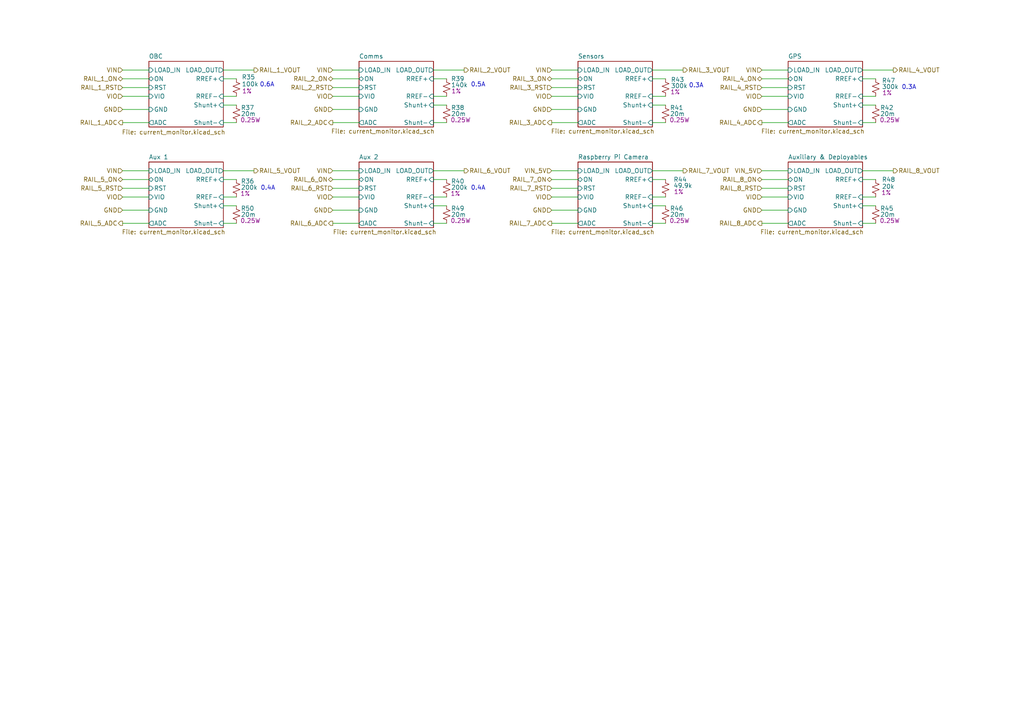
<source format=kicad_sch>
(kicad_sch (version 20250114) (generator "eeschema") (generator_version "9.0")
  (paper "A4")
  (title_block (title "OSUSat CubeSat EPS") (date "2025-08-22") (rev "1") (company "SCRT"))
  (lib_symbols
    (symbol "Device:R_Small_US" (pin_numbers (hide yes)) (pin_names (offset 0.254) (hide yes))
      (property "Reference" "R" (at 0.762 0.508 0))
      (property "Value" "R_Small_US" (at 0.762 -1.016 0))
      (symbol "R_Small_US_1_1"
        (polyline (pts (xy 0 1.524) (xy 1.016 1.143) (xy 0 0.762) (xy -1.016 0.381) (xy 0 0)))
        (polyline (pts (xy 0 0) (xy 1.016 -0.381) (xy 0 -0.762) (xy -1.016 -1.143) (xy 0 -1.524)))
        (pin passive line (at 0 2.54 270) (length 1.016) (name "~") (number "1"))
        (pin passive line (at 0 -2.54 90) (length 1.016) (name "~") (number "2"))
      )
    )
  )
  (text "0.4A" (at 138.684 54.61 0) (effects (font (size 1.27 1.27))))
  (text "0.4A" (at 77.724 54.61 0) (effects (font (size 1.27 1.27))))
  (text "0.3A" (at 263.652 25.4 0) (effects (font (size 1.27 1.27))))
  (text "0.6A" (at 77.47 24.638 0) (effects (font (size 1.27 1.27))))
  (text "0.5A" (at 138.684 24.638 0) (effects (font (size 1.27 1.27))))
  (text "0.3A" (at 201.93 24.892 0) (effects (font (size 1.27 1.27))))
  (wire (pts (xy 220.98 57.15) (xy 228.6 57.15)))
  (wire (pts (xy 250.19 52.07) (xy 254 52.07)))
  (wire (pts (xy 96.52 60.96) (xy 104.14 60.96)))
  (wire (pts (xy 189.23 35.56) (xy 193.04 35.56)))
  (wire (pts (xy 160.02 64.77) (xy 167.64 64.77)))
  (wire (pts (xy 35.56 60.96) (xy 43.18 60.96)))
  (wire (pts (xy 220.98 25.4) (xy 228.6 25.4)))
  (wire (pts (xy 160.02 31.75) (xy 167.64 31.75)))
  (wire (pts (xy 35.56 27.94) (xy 43.18 27.94)))
  (wire (pts (xy 96.52 20.32) (xy 104.14 20.32)))
  (wire (pts (xy 64.77 22.86) (xy 68.58 22.86)))
  (wire (pts (xy 220.98 64.77) (xy 228.6 64.77)))
  (wire (pts (xy 220.98 22.86) (xy 228.6 22.86)))
  (wire (pts (xy 35.56 57.15) (xy 43.18 57.15)))
  (wire (pts (xy 64.77 20.32) (xy 73.66 20.32)))
  (wire (pts (xy 96.52 49.53) (xy 104.14 49.53)))
  (wire (pts (xy 125.73 57.15) (xy 129.54 57.15)))
  (wire (pts (xy 64.77 64.77) (xy 68.58 64.77)))
  (wire (pts (xy 189.23 59.69) (xy 193.04 59.69)))
  (wire (pts (xy 160.02 22.86) (xy 167.64 22.86)))
  (wire (pts (xy 35.56 49.53) (xy 43.18 49.53)))
  (wire (pts (xy 96.52 35.56) (xy 104.14 35.56)))
  (wire (pts (xy 160.02 20.32) (xy 167.64 20.32)))
  (wire (pts (xy 35.56 20.32) (xy 43.18 20.32)))
  (wire (pts (xy 64.77 30.48) (xy 68.58 30.48)))
  (wire (pts (xy 35.56 25.4) (xy 43.18 25.4)))
  (wire (pts (xy 189.23 64.77) (xy 193.04 64.77)))
  (wire (pts (xy 160.02 25.4) (xy 167.64 25.4)))
  (wire (pts (xy 96.52 57.15) (xy 104.14 57.15)))
  (wire (pts (xy 189.23 27.94) (xy 193.04 27.94)))
  (wire (pts (xy 125.73 35.56) (xy 129.54 35.56)))
  (wire (pts (xy 160.02 54.61) (xy 167.64 54.61)))
  (wire (pts (xy 96.52 22.86) (xy 104.14 22.86)))
  (wire (pts (xy 125.73 64.77) (xy 129.54 64.77)))
  (wire (pts (xy 125.73 22.86) (xy 129.54 22.86)))
  (wire (pts (xy 35.56 64.77) (xy 43.18 64.77)))
  (wire (pts (xy 220.98 20.32) (xy 228.6 20.32)))
  (wire (pts (xy 125.73 59.69) (xy 129.54 59.69)))
  (wire (pts (xy 250.19 64.77) (xy 254 64.77)))
  (wire (pts (xy 189.23 20.32) (xy 198.12 20.32)))
  (wire (pts (xy 220.98 52.07) (xy 228.6 52.07)))
  (wire (pts (xy 64.77 59.69) (xy 68.58 59.69)))
  (wire (pts (xy 96.52 31.75) (xy 104.14 31.75)))
  (wire (pts (xy 96.52 27.94) (xy 104.14 27.94)))
  (wire (pts (xy 250.19 57.15) (xy 254 57.15)))
  (wire (pts (xy 220.98 31.75) (xy 228.6 31.75)))
  (wire (pts (xy 220.98 27.94) (xy 228.6 27.94)))
  (wire (pts (xy 220.98 60.96) (xy 228.6 60.96)))
  (wire (pts (xy 125.73 49.53) (xy 134.62 49.53)))
  (wire (pts (xy 64.77 57.15) (xy 68.58 57.15)))
  (wire (pts (xy 160.02 57.15) (xy 167.64 57.15)))
  (wire (pts (xy 35.56 52.07) (xy 43.18 52.07)))
  (wire (pts (xy 220.98 35.56) (xy 228.6 35.56)))
  (wire (pts (xy 189.23 30.48) (xy 193.04 30.48)))
  (wire (pts (xy 96.52 64.77) (xy 104.14 64.77)))
  (wire (pts (xy 64.77 35.56) (xy 68.58 35.56)))
  (wire (pts (xy 125.73 20.32) (xy 134.62 20.32)))
  (wire (pts (xy 35.56 22.86) (xy 43.18 22.86)))
  (wire (pts (xy 160.02 52.07) (xy 167.64 52.07)))
  (wire (pts (xy 250.19 30.48) (xy 254 30.48)))
  (wire (pts (xy 250.19 35.56) (xy 254 35.56)))
  (wire (pts (xy 160.02 35.56) (xy 167.64 35.56)))
  (wire (pts (xy 189.23 57.15) (xy 193.04 57.15)))
  (wire (pts (xy 125.73 27.94) (xy 129.54 27.94)))
  (wire (pts (xy 189.23 49.53) (xy 198.12 49.53)))
  (wire (pts (xy 96.52 25.4) (xy 104.14 25.4)))
  (wire (pts (xy 189.23 22.86) (xy 193.04 22.86)))
  (wire (pts (xy 125.73 30.48) (xy 129.54 30.48)))
  (wire (pts (xy 96.52 52.07) (xy 104.14 52.07)))
  (wire (pts (xy 189.23 52.07) (xy 193.04 52.07)))
  (wire (pts (xy 64.77 49.53) (xy 73.66 49.53)))
  (wire (pts (xy 250.19 27.94) (xy 254 27.94)))
  (wire (pts (xy 125.73 52.07) (xy 129.54 52.07)))
  (wire (pts (xy 64.77 52.07) (xy 68.58 52.07)))
  (wire (pts (xy 250.19 49.53) (xy 259.08 49.53)))
  (wire (pts (xy 250.19 20.32) (xy 259.08 20.32)))
  (wire (pts (xy 96.52 54.61) (xy 104.14 54.61)))
  (wire (pts (xy 160.02 60.96) (xy 167.64 60.96)))
  (wire (pts (xy 160.02 49.53) (xy 167.64 49.53)))
  (wire (pts (xy 250.19 59.69) (xy 254 59.69)))
  (wire (pts (xy 220.98 49.53) (xy 228.6 49.53)))
  (wire (pts (xy 220.98 54.61) (xy 228.6 54.61)))
  (wire (pts (xy 250.19 22.86) (xy 254 22.86)))
  (wire (pts (xy 64.77 27.94) (xy 68.58 27.94)))
  (wire (pts (xy 35.56 35.56) (xy 43.18 35.56)))
  (wire (pts (xy 35.56 54.61) (xy 43.18 54.61)))
  (wire (pts (xy 35.56 31.75) (xy 43.18 31.75)))
  (wire (pts (xy 160.02 27.94) (xy 167.64 27.94)))
  (hierarchical_label "VIO" (shape input) (at 96.52 27.94 180))
  (hierarchical_label "RAIL_5_VOUT" (shape output) (at 73.66 49.53 0))
  (hierarchical_label "RAIL_1_RST" (shape input) (at 35.56 25.4 180))
  (hierarchical_label "VIN" (shape input) (at 96.52 49.53 180))
  (hierarchical_label "RAIL_7_VOUT" (shape output) (at 198.12 49.53 0))
  (hierarchical_label "GND" (shape input) (at 220.98 31.75 180))
  (hierarchical_label "RAIL_4_RST" (shape input) (at 220.98 25.4 180))
  (hierarchical_label "GND" (shape input) (at 35.56 31.75 180))
  (hierarchical_label "GND" (shape input) (at 220.98 60.96 180))
  (hierarchical_label "RAIL_3_VOUT" (shape output) (at 198.12 20.32 0))
  (hierarchical_label "VIN" (shape input) (at 160.02 20.32 180))
  (hierarchical_label "VIO" (shape input) (at 35.56 57.15 180))
  (hierarchical_label "VIO" (shape input) (at 220.98 57.15 180))
  (hierarchical_label "RAIL_8_RST" (shape input) (at 220.98 54.61 180))
  (hierarchical_label "RAIL_1_ON" (shape bidirectional) (at 35.56 22.86 180))
  (hierarchical_label "RAIL_6_RST" (shape input) (at 96.52 54.61 180))
  (hierarchical_label "GND" (shape input) (at 96.52 31.75 180))
  (hierarchical_label "RAIL_2_ADC" (shape output) (at 96.52 35.56 180))
  (hierarchical_label "VIO" (shape input) (at 220.98 27.94 180))
  (hierarchical_label "RAIL_6_ON" (shape bidirectional) (at 96.52 52.07 180))
  (hierarchical_label "RAIL_5_RST" (shape input) (at 35.56 54.61 180))
  (hierarchical_label "GND" (shape input) (at 96.52 60.96 180))
  (hierarchical_label "RAIL_8_VOUT" (shape output) (at 259.08 49.53 0))
  (hierarchical_label "RAIL_4_ON" (shape bidirectional) (at 220.98 22.86 180))
  (hierarchical_label "VIN" (shape input) (at 35.56 49.53 180))
  (hierarchical_label "RAIL_5_ON" (shape bidirectional) (at 35.56 52.07 180))
  (hierarchical_label "RAIL_5_ADC" (shape output) (at 35.56 64.77 180))
  (hierarchical_label "RAIL_4_ADC" (shape output) (at 220.98 35.56 180))
  (hierarchical_label "VIO" (shape input) (at 35.56 27.94 180))
  (hierarchical_label "VIO" (shape input) (at 160.02 57.15 180))
  (hierarchical_label "RAIL_2_RST" (shape input) (at 96.52 25.4 180))
  (hierarchical_label "VIO" (shape input) (at 160.02 27.94 180))
  (hierarchical_label "RAIL_6_VOUT" (shape output) (at 134.62 49.53 0))
  (hierarchical_label "VIN_5V" (shape input) (at 220.98 49.53 180))
  (hierarchical_label "VIN" (shape input) (at 96.52 20.32 180))
  (hierarchical_label "RAIL_6_ADC" (shape output) (at 96.52 64.77 180))
  (hierarchical_label "VIO" (shape input) (at 96.52 57.15 180))
  (hierarchical_label "RAIL_3_ADC" (shape output) (at 160.02 35.56 180))
  (hierarchical_label "RAIL_2_ON" (shape bidirectional) (at 96.52 22.86 180))
  (hierarchical_label "RAIL_7_ADC" (shape output) (at 160.02 64.77 180))
  (hierarchical_label "RAIL_2_VOUT" (shape output) (at 134.62 20.32 0))
  (hierarchical_label "GND" (shape input) (at 35.56 60.96 180))
  (hierarchical_label "GND" (shape input) (at 160.02 31.75 180))
  (hierarchical_label "VIN" (shape input) (at 35.56 20.32 180))
  (hierarchical_label "RAIL_8_ON" (shape bidirectional) (at 220.98 52.07 180))
  (hierarchical_label "GND" (shape input) (at 160.02 60.96 180))
  (hierarchical_label "RAIL_1_VOUT" (shape output) (at 73.66 20.32 0))
  (hierarchical_label "VIN" (shape input) (at 220.98 20.32 180))
  (hierarchical_label "RAIL_7_RST" (shape input) (at 160.02 54.61 180))
  (hierarchical_label "RAIL_8_ADC" (shape output) (at 220.98 64.77 180))
  (hierarchical_label "RAIL_1_ADC" (shape output) (at 35.56 35.56 180))
  (hierarchical_label "RAIL_3_ON" (shape bidirectional) (at 160.02 22.86 180))
  (hierarchical_label "VIN_5V" (shape input) (at 160.02 49.53 180))
  (hierarchical_label "RAIL_4_VOUT" (shape output) (at 259.08 20.32 0))
  (hierarchical_label "RAIL_3_RST" (shape input) (at 160.02 25.4 180))
  (hierarchical_label "RAIL_7_ON" (shape bidirectional) (at 160.02 52.07 180))
  (symbol (lib_id "Device:R_Small_US") (at 129.54 62.23 0) (unit 1)
    (property "Reference" "R49" (at 130.81 60.452 0) (effects (justify left)))
    (property "Value" "20m" (at 130.81 62.23 0) (effects (justify left)))
    (property "Description" "Resistor, small US symbol" (effects (hide yes)))
    (property "Power" "0.25W" (at 133.604 64.008 0))
  )
  (symbol (lib_id "Device:R_Small_US") (at 254 25.4 0) (unit 1)
    (property "Reference" "R47" (at 255.778 23.368 0) (effects (justify left)))
    (property "Value" "300k" (at 255.778 25.146 0) (effects (justify left)))
    (property "Description" "Resistor, small US symbol" (effects (hide yes)))
    (property "Tolerance" "1%" (at 257.302 26.924 0))
  )
  (symbol (lib_id "Device:R_Small_US") (at 68.58 25.4 0) (unit 1)
    (property "Reference" "R35" (at 70.104 22.352 0) (effects (justify left)))
    (property "Value" "100k" (at 70.104 24.384 0) (effects (justify left)))
    (property "Description" "Resistor, small US symbol" (effects (hide yes)))
    (property "Tolerance" "1%" (at 71.628 26.416 0))
  )
  (symbol (lib_id "Device:R_Small_US") (at 68.58 54.61 0) (unit 1)
    (property "Reference" "R36" (at 69.85 52.578 0) (effects (justify left)))
    (property "Value" "200k" (at 69.85 54.356 0) (effects (justify left)))
    (property "Description" "Resistor, small US symbol" (effects (hide yes)))
    (property "Tolerance" "1%" (at 71.12 56.134 0))
  )
  (symbol (lib_id "Device:R_Small_US") (at 129.54 33.02 0) (unit 1)
    (property "Reference" "R38" (at 130.81 31.242 0) (effects (justify left)))
    (property "Value" "20m" (at 130.81 33.02 0) (effects (justify left)))
    (property "Description" "Resistor, small US symbol" (effects (hide yes)))
    (property "Power" "0.25W" (at 133.604 34.798 0))
  )
  (symbol (lib_id "Device:R_Small_US") (at 68.58 33.02 0) (unit 1)
    (property "Reference" "R37" (at 69.85 31.242 0) (effects (justify left)))
    (property "Value" "20m" (at 69.85 33.02 0) (effects (justify left)))
    (property "Description" "Resistor, small US symbol" (effects (hide yes)))
    (property "Power" "0.25W" (at 72.644 34.798 0))
  )
  (symbol (lib_id "Device:R_Small_US") (at 254 33.02 0) (unit 1)
    (property "Reference" "R42" (at 255.27 31.242 0) (effects (justify left)))
    (property "Value" "20m" (at 255.27 33.02 0) (effects (justify left)))
    (property "Description" "Resistor, small US symbol" (effects (hide yes)))
    (property "Power" "0.25W" (at 258.064 34.798 0))
  )
  (symbol (lib_id "Device:R_Small_US") (at 254 54.61 0) (unit 1)
    (property "Reference" "R48" (at 255.778 52.07 0) (effects (justify left)))
    (property "Value" "20k" (at 255.778 54.102 0) (effects (justify left)))
    (property "Description" "Resistor, small US symbol" (effects (hide yes)))
    (property "Tolerance" "1%" (at 257.048 55.88 0))
  )
  (symbol (lib_id "Device:R_Small_US") (at 193.04 62.23 0) (unit 1)
    (property "Reference" "R46" (at 194.31 60.452 0) (effects (justify left)))
    (property "Value" "20m" (at 194.31 62.23 0) (effects (justify left)))
    (property "Description" "Resistor, small US symbol" (effects (hide yes)))
    (property "Power" "0.25W" (at 197.104 64.008 0))
  )
  (symbol (lib_id "Device:R_Small_US") (at 254 62.23 0) (unit 1)
    (property "Reference" "R45" (at 255.27 60.452 0) (effects (justify left)))
    (property "Value" "20m" (at 255.27 62.23 0) (effects (justify left)))
    (property "Description" "Resistor, small US symbol" (effects (hide yes)))
    (property "Power" "0.25W" (at 258.064 64.008 0))
  )
  (symbol (lib_id "Device:R_Small_US") (at 193.04 25.4 0) (unit 1)
    (property "Reference" "R43" (at 194.564 23.114 0) (effects (justify left)))
    (property "Value" "300k" (at 194.564 24.892 0) (effects (justify left)))
    (property "Description" "Resistor, small US symbol" (effects (hide yes)))
    (property "Tolerance" "1%" (at 195.834 26.67 0))
  )
  (symbol (lib_id "Device:R_Small_US") (at 129.54 54.61 0) (unit 1)
    (property "Reference" "R40" (at 130.81 52.578 0) (effects (justify left)))
    (property "Value" "200k" (at 130.81 54.356 0) (effects (justify left)))
    (property "Description" "Resistor, small US symbol" (effects (hide yes)))
    (property "Tolerance" "1%" (at 132.08 56.134 0))
  )
  (symbol (lib_id "Device:R_Small_US") (at 68.58 62.23 0) (unit 1)
    (property "Reference" "R50" (at 69.85 60.452 0) (effects (justify left)))
    (property "Value" "20m" (at 69.85 62.23 0) (effects (justify left)))
    (property "Description" "Resistor, small US symbol" (effects (hide yes)))
    (property "Power" "0.25W" (at 72.644 64.008 0))
  )
  (symbol (lib_id "Device:R_Small_US") (at 193.04 54.61 0) (unit 1)
    (property "Reference" "R44" (at 195.326 52.07 0) (effects (justify left)))
    (property "Value" "49.9k" (at 195.326 53.848 0) (effects (justify left)))
    (property "Description" "Resistor, small US symbol" (effects (hide yes)))
    (property "Tolerance" "1%" (at 196.85 55.626 0))
  )
  (symbol (lib_id "Device:R_Small_US") (at 129.54 25.4 0) (unit 1)
    (property "Reference" "R39" (at 130.81 22.86 0) (effects (justify left)))
    (property "Value" "140k" (at 130.81 24.638 0) (effects (justify left)))
    (property "Description" "Resistor, small US symbol" (effects (hide yes)))
    (property "Tolerance" "1%" (at 132.334 26.416 0))
  )
  (symbol (lib_id "Device:R_Small_US") (at 193.04 33.02 0) (unit 1)
    (property "Reference" "R41" (at 194.31 31.242 0) (effects (justify left)))
    (property "Value" "20m" (at 194.31 33.02 0) (effects (justify left)))
    (property "Description" "Resistor, small US symbol" (effects (hide yes)))
    (property "Power" "0.25W" (at 197.104 34.798 0))
  )
  (sheet (at 43.18 17.78) (size 21.59 19.05) (stroke (width 0.1524))
    (property "Sheetname" "OBC" (at 43.18 17.0684 0) (effects (justify left bottom)))
    (property "Sheetfile" "current_monitor.kicad_sch" (at 35.306 37.592 0) (effects (justify left top)))
    (pin "GND" input (at 43.18 31.75 180))
    (pin "ON" bidirectional (at 43.18 22.86 180))
    (pin "VIO" input (at 43.18 27.94 180))
    (pin "Shunt-" input (at 64.77 35.56 0))
    (pin "RST" input (at 43.18 25.4 180))
    (pin "Shunt+" input (at 64.77 30.48 0))
    (pin "RREF-" input (at 64.77 27.94 0))
    (pin "RREF+" input (at 64.77 22.86 0))
    (pin "LOAD_IN" input (at 43.18 20.32 180))
    (pin "LOAD_OUT" output (at 64.77 20.32 0))
    (pin "ADC" output (at 43.18 35.56 180))
  )
  (sheet (at 104.14 46.99) (size 21.59 19.05) (stroke (width 0.1524))
    (property "Sheetname" "Aux 2" (at 104.14 46.2784 0) (effects (justify left bottom)))
    (property "Sheetfile" "current_monitor.kicad_sch" (at 96.52 66.548 0) (effects (justify left top)))
    (pin "GND" input (at 104.14 60.96 180))
    (pin "ON" bidirectional (at 104.14 52.07 180))
    (pin "VIO" input (at 104.14 57.15 180))
    (pin "Shunt-" input (at 125.73 64.77 0))
    (pin "RST" input (at 104.14 54.61 180))
    (pin "Shunt+" input (at 125.73 59.69 0))
    (pin "RREF-" input (at 125.73 57.15 0))
    (pin "RREF+" input (at 125.73 52.07 0))
    (pin "LOAD_IN" input (at 104.14 49.53 180))
    (pin "LOAD_OUT" output (at 125.73 49.53 0))
    (pin "ADC" output (at 104.14 64.77 180))
  )
  (sheet (at 228.6 46.99) (size 21.59 19.05) (stroke (width 0.1524))
    (property "Sheetname" "Auxiliary & Deployables" (at 228.6 46.2784 0) (effects (justify left bottom)))
    (property "Sheetfile" "current_monitor.kicad_sch" (at 220.472 66.548 0) (effects (justify left top)))
    (pin "GND" input (at 228.6 60.96 180))
    (pin "ON" bidirectional (at 228.6 52.07 180))
    (pin "VIO" input (at 228.6 57.15 180))
    (pin "Shunt-" input (at 250.19 64.77 0))
    (pin "RST" input (at 228.6 54.61 180))
    (pin "Shunt+" input (at 250.19 59.69 0))
    (pin "RREF-" input (at 250.19 57.15 0))
    (pin "RREF+" input (at 250.19 52.07 0))
    (pin "LOAD_IN" input (at 228.6 49.53 180))
    (pin "LOAD_OUT" output (at 250.19 49.53 0))
    (pin "ADC" output (at 228.6 64.77 180))
  )
  (sheet (at 167.64 46.99) (size 21.59 19.05) (stroke (width 0.1524))
    (property "Sheetname" "Raspberry Pi Camera" (at 167.64 46.2784 0) (effects (justify left bottom)))
    (property "Sheetfile" "current_monitor.kicad_sch" (at 159.766 66.548 0) (effects (justify left top)))
    (pin "GND" input (at 167.64 60.96 180))
    (pin "ON" bidirectional (at 167.64 52.07 180))
    (pin "VIO" input (at 167.64 57.15 180))
    (pin "Shunt-" input (at 189.23 64.77 0))
    (pin "RST" input (at 167.64 54.61 180))
    (pin "Shunt+" input (at 189.23 59.69 0))
    (pin "RREF-" input (at 189.23 57.15 0))
    (pin "RREF+" input (at 189.23 52.07 0))
    (pin "LOAD_IN" input (at 167.64 49.53 180))
    (pin "LOAD_OUT" output (at 189.23 49.53 0))
    (pin "ADC" output (at 167.64 64.77 180))
  )
  (sheet (at 228.6 17.78) (size 21.59 19.05) (stroke (width 0.1524))
    (property "Sheetname" "GPS" (at 228.6 17.0684 0) (effects (justify left bottom)))
    (property "Sheetfile" "current_monitor.kicad_sch" (at 220.726 37.338 0) (effects (justify left top)))
    (pin "GND" input (at 228.6 31.75 180))
    (pin "ON" bidirectional (at 228.6 22.86 180))
    (pin "VIO" input (at 228.6 27.94 180))
    (pin "Shunt-" input (at 250.19 35.56 0))
    (pin "RST" input (at 228.6 25.4 180))
    (pin "Shunt+" input (at 250.19 30.48 0))
    (pin "RREF-" input (at 250.19 27.94 0))
    (pin "RREF+" input (at 250.19 22.86 0))
    (pin "LOAD_IN" input (at 228.6 20.32 180))
    (pin "LOAD_OUT" output (at 250.19 20.32 0))
    (pin "ADC" output (at 228.6 35.56 180))
  )
  (sheet (at 104.14 17.78) (size 21.59 19.05) (stroke (width 0.1524))
    (property "Sheetname" "Comms" (at 104.14 17.0684 0) (effects (justify left bottom)))
    (property "Sheetfile" "current_monitor.kicad_sch" (at 96.012 37.338 0) (effects (justify left top)))
    (pin "GND" input (at 104.14 31.75 180))
    (pin "ON" bidirectional (at 104.14 22.86 180))
    (pin "VIO" input (at 104.14 27.94 180))
    (pin "Shunt-" input (at 125.73 35.56 0))
    (pin "RST" input (at 104.14 25.4 180))
    (pin "Shunt+" input (at 125.73 30.48 0))
    (pin "RREF-" input (at 125.73 27.94 0))
    (pin "RREF+" input (at 125.73 22.86 0))
    (pin "LOAD_IN" input (at 104.14 20.32 180))
    (pin "LOAD_OUT" output (at 125.73 20.32 0))
    (pin "ADC" output (at 104.14 35.56 180))
  )
  (sheet (at 43.18 46.99) (size 21.59 19.05) (stroke (width 0.1524))
    (property "Sheetname" "Aux 1" (at 43.18 46.2784 0) (effects (justify left bottom)))
    (property "Sheetfile" "current_monitor.kicad_sch" (at 35.306 66.548 0) (effects (justify left top)))
    (pin "GND" input (at 43.18 60.96 180))
    (pin "ON" bidirectional (at 43.18 52.07 180))
    (pin "VIO" input (at 43.18 57.15 180))
    (pin "Shunt-" input (at 64.77 64.77 0))
    (pin "RST" input (at 43.18 54.61 180))
    (pin "Shunt+" input (at 64.77 59.69 0))
    (pin "RREF-" input (at 64.77 57.15 0))
    (pin "RREF+" input (at 64.77 52.07 0))
    (pin "LOAD_IN" input (at 43.18 49.53 180))
    (pin "LOAD_OUT" output (at 64.77 49.53 0))
    (pin "ADC" output (at 43.18 64.77 180))
  )
  (sheet (at 167.64 17.78) (size 21.59 19.05) (stroke (width 0.1524))
    (property "Sheetname" "Sensors" (at 167.64 17.0684 0) (effects (justify left bottom)))
    (property "Sheetfile" "current_monitor.kicad_sch" (at 159.766 37.338 0) (effects (justify left top)))
    (pin "GND" input (at 167.64 31.75 180))
    (pin "ON" bidirectional (at 167.64 22.86 180))
    (pin "VIO" input (at 167.64 27.94 180))
    (pin "Shunt-" input (at 189.23 35.56 0))
    (pin "RST" input (at 167.64 25.4 180))
    (pin "Shunt+" input (at 189.23 30.48 0))
    (pin "RREF-" input (at 189.23 27.94 0))
    (pin "RREF+" input (at 189.23 22.86 0))
    (pin "LOAD_IN" input (at 167.64 20.32 180))
    (pin "LOAD_OUT" output (at 189.23 20.32 0))
    (pin "ADC" output (at 167.64 35.56 180))
  )
)
</source>
